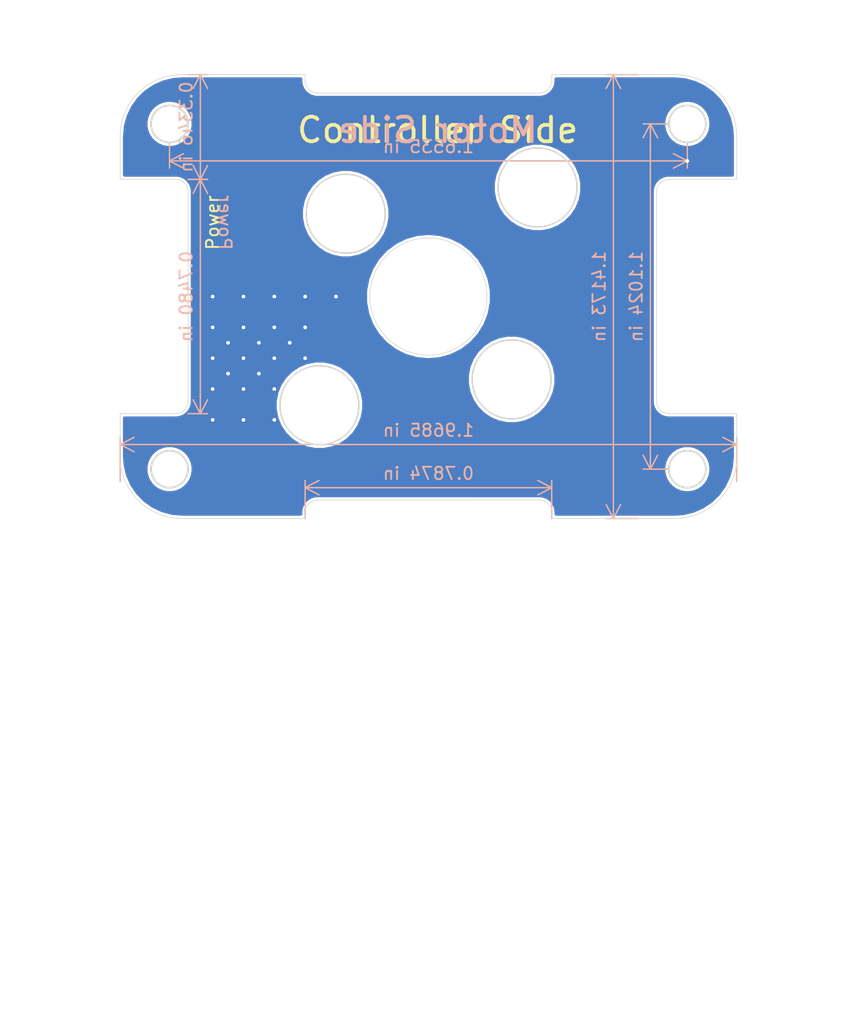
<source format=kicad_pcb>
(kicad_pcb (version 20171130) (host pcbnew "(5.1.9)-1")

  (general
    (thickness 1.6)
    (drawings 86)
    (tracks 24)
    (zones 0)
    (modules 1)
    (nets 2)
  )

  (page A4)
  (layers
    (0 F.Cu signal)
    (31 B.Cu signal)
    (32 B.Adhes user hide)
    (33 F.Adhes user hide)
    (34 B.Paste user hide)
    (35 F.Paste user)
    (36 B.SilkS user)
    (37 F.SilkS user)
    (38 B.Mask user hide)
    (39 F.Mask user hide)
    (40 Dwgs.User user hide)
    (41 Cmts.User user)
    (42 Eco1.User user hide)
    (43 Eco2.User user hide)
    (44 Edge.Cuts user)
    (45 Margin user hide)
    (46 B.CrtYd user hide)
    (47 F.CrtYd user hide)
    (48 B.Fab user hide)
    (49 F.Fab user hide)
  )

  (setup
    (last_trace_width 0.254)
    (user_trace_width 0.254)
    (user_trace_width 0.3)
    (user_trace_width 0.4)
    (user_trace_width 0.508)
    (trace_clearance 0.2)
    (zone_clearance 0.21)
    (zone_45_only no)
    (trace_min 0.2)
    (via_size 0.6)
    (via_drill 0.3)
    (via_min_size 0.4)
    (via_min_drill 0.3)
    (uvia_size 0.3)
    (uvia_drill 0.1)
    (uvias_allowed no)
    (uvia_min_size 0.2)
    (uvia_min_drill 0.1)
    (edge_width 0.05)
    (segment_width 0.2)
    (pcb_text_width 0.3)
    (pcb_text_size 1.5 1.5)
    (mod_edge_width 0.12)
    (mod_text_size 1 1)
    (mod_text_width 0.15)
    (pad_size 3.2 3.2)
    (pad_drill 1.8)
    (pad_to_mask_clearance 0)
    (aux_axis_origin 141.617904 93.513591)
    (grid_origin 141.617904 93.513591)
    (visible_elements 7FFFFFFF)
    (pcbplotparams
      (layerselection 0x010fc_ffffffff)
      (usegerberextensions true)
      (usegerberattributes false)
      (usegerberadvancedattributes false)
      (creategerberjobfile false)
      (excludeedgelayer true)
      (linewidth 0.100000)
      (plotframeref false)
      (viasonmask false)
      (mode 1)
      (useauxorigin false)
      (hpglpennumber 1)
      (hpglpenspeed 20)
      (hpglpendiameter 15.000000)
      (psnegative false)
      (psa4output false)
      (plotreference true)
      (plotvalue true)
      (plotinvisibletext false)
      (padsonsilk false)
      (subtractmaskfromsilk true)
      (outputformat 1)
      (mirror false)
      (drillshape 0)
      (scaleselection 1)
      (outputdirectory "Gerbers/"))
  )

  (net 0 "")
  (net 1 GND)

  (net_class Default "This is the default net class."
    (clearance 0.2)
    (trace_width 0.254)
    (via_dia 0.6)
    (via_drill 0.3)
    (uvia_dia 0.3)
    (uvia_drill 0.1)
    (add_net GND)
  )

  (module DriverParts:Pad (layer F.Cu) (tedit 60DE2693) (tstamp 60DEE1C0)
    (at 162.617904 82.513591)
    (path /60DE44AD)
    (fp_text reference J1 (at 0 0.5) (layer F.SilkS) hide
      (effects (font (size 1 1) (thickness 0.15)))
    )
    (fp_text value Conn_01x01 (at 0 -0.5) (layer F.Fab)
      (effects (font (size 1 1) (thickness 0.15)))
    )
    (pad 1 thru_hole circle (at 0 0) (size 0.6 0.6) (drill 0.3) (layers *.Cu *.Mask)
      (net 1 GND) (zone_connect 2))
  )

  (dimension 36 (width 0.12) (layer B.SilkS)
    (gr_text "36 mm" (at 155.347905 93.513591 -90) (layer B.SilkS)
      (effects (font (size 1 1) (thickness 0.15)) (justify mirror))
    )
    (feature1 (pts (xy 158.617904 111.513591) (xy 156.031484 111.513591)))
    (feature2 (pts (xy 158.617904 75.513591) (xy 156.031484 75.513591)))
    (crossbar (pts (xy 156.617905 75.513591) (xy 156.617905 111.513591)))
    (arrow1a (pts (xy 156.617905 111.513591) (xy 156.031484 110.387087)))
    (arrow1b (pts (xy 156.617905 111.513591) (xy 157.204326 110.387087)))
    (arrow2a (pts (xy 156.617905 75.513591) (xy 156.031484 76.640095)))
    (arrow2b (pts (xy 156.617905 75.513591) (xy 157.204326 76.640095)))
  )
  (dimension 42 (width 0.12) (layer B.SilkS)
    (gr_text "42 mm" (at 141.617904 83.783591) (layer B.SilkS)
      (effects (font (size 1 1) (thickness 0.15)) (justify mirror))
    )
    (feature1 (pts (xy 162.617904 81.01359) (xy 162.617904 83.100012)))
    (feature2 (pts (xy 120.617904 81.01359) (xy 120.617904 83.100012)))
    (crossbar (pts (xy 120.617904 82.513591) (xy 162.617904 82.513591)))
    (arrow1a (pts (xy 162.617904 82.513591) (xy 161.4914 83.100012)))
    (arrow1b (pts (xy 162.617904 82.513591) (xy 161.4914 81.92717)))
    (arrow2a (pts (xy 120.617904 82.513591) (xy 121.744408 83.100012)))
    (arrow2b (pts (xy 120.617904 82.513591) (xy 121.744408 81.92717)))
  )
  (dimension 50 (width 0.12) (layer B.SilkS) (tstamp 60E9E420)
    (gr_text "50 mm" (at 141.617904 104.243591) (layer B.SilkS) (tstamp 60E9E42A)
      (effects (font (size 1 1) (thickness 0.15)) (justify mirror))
    )
    (feature1 (pts (xy 166.617904 108.513591) (xy 166.617904 104.92717)))
    (feature2 (pts (xy 116.617904 108.513591) (xy 116.617904 104.92717)))
    (crossbar (pts (xy 116.617904 105.513591) (xy 166.617904 105.513591)))
    (arrow1a (pts (xy 166.617904 105.513591) (xy 165.4914 106.100012)))
    (arrow1b (pts (xy 166.617904 105.513591) (xy 165.4914 104.92717)))
    (arrow2a (pts (xy 116.617904 105.513591) (xy 117.744408 106.100012)))
    (arrow2b (pts (xy 116.617904 105.513591) (xy 117.744408 104.92717)))
  )
  (dimension 20 (width 0.12) (layer B.SilkS)
    (gr_text "20 mm" (at 141.617904 107.743591) (layer B.SilkS)
      (effects (font (size 1 1) (thickness 0.15)) (justify mirror))
    )
    (feature1 (pts (xy 151.617904 111.513591) (xy 151.617904 108.42717)))
    (feature2 (pts (xy 131.617904 111.513591) (xy 131.617904 108.42717)))
    (crossbar (pts (xy 131.617904 109.013591) (xy 151.617904 109.013591)))
    (arrow1a (pts (xy 151.617904 109.013591) (xy 150.4914 109.600012)))
    (arrow1b (pts (xy 151.617904 109.013591) (xy 150.4914 108.42717)))
    (arrow2a (pts (xy 131.617904 109.013591) (xy 132.744408 109.600012)))
    (arrow2b (pts (xy 131.617904 109.013591) (xy 132.744408 108.42717)))
  )
  (gr_arc (start 150.617904 111.013591) (end 151.617904 111.013591) (angle -90) (layer Edge.Cuts) (width 0.05) (tstamp 60E76B6C))
  (gr_line (start 161.617904 111.513591) (end 151.617904 111.513591) (layer Edge.Cuts) (width 0.05) (tstamp 60E76B6B))
  (gr_arc (start 132.617904 111.013591) (end 132.617904 110.013591) (angle -90) (layer Edge.Cuts) (width 0.05) (tstamp 60E76B6A))
  (gr_line (start 131.617904 111.513591) (end 121.617904 111.513591) (layer Edge.Cuts) (width 0.05) (tstamp 60E76B69))
  (gr_line (start 151.617904 111.513591) (end 151.617904 111.013591) (layer Edge.Cuts) (width 0.05) (tstamp 60E76B68))
  (gr_line (start 150.617904 110.013591) (end 132.617904 110.013591) (layer Edge.Cuts) (width 0.05) (tstamp 60E76B67))
  (gr_line (start 131.617904 111.013591) (end 131.617904 111.513591) (layer Edge.Cuts) (width 0.05) (tstamp 60E76B66))
  (gr_arc (start 132.617904 76.013591) (end 131.617904 76.013591) (angle -90) (layer Edge.Cuts) (width 0.05) (tstamp 60E76B6C))
  (gr_line (start 121.617904 75.513591) (end 131.617904 75.513591) (layer Edge.Cuts) (width 0.05) (tstamp 60E76B6B))
  (gr_arc (start 150.617904 76.013591) (end 150.617904 77.013591) (angle -90) (layer Edge.Cuts) (width 0.05) (tstamp 60E76B6A))
  (gr_line (start 151.617904 75.513591) (end 161.617904 75.513591) (layer Edge.Cuts) (width 0.05) (tstamp 60E76B69))
  (gr_line (start 131.617904 75.513591) (end 131.617904 76.013591) (layer Edge.Cuts) (width 0.05) (tstamp 60E76B68))
  (gr_line (start 132.617904 77.013591) (end 150.617904 77.013591) (layer Edge.Cuts) (width 0.05) (tstamp 60E76B67))
  (gr_line (start 151.617904 76.013591) (end 151.617904 75.513591) (layer Edge.Cuts) (width 0.05) (tstamp 60E76B66))
  (gr_text Power (at 125.117904 87.513591 270) (layer B.SilkS) (tstamp 60DED2DD)
    (effects (font (size 1 1) (thickness 0.15)) (justify mirror))
  )
  (gr_text Power (at 124.117904 87.513591 90) (layer F.SilkS)
    (effects (font (size 1 1) (thickness 0.15)))
  )
  (dimension 8.5 (width 0.12) (layer B.SilkS)
    (gr_text "8.5 mm" (at 124.387904 79.763591 -90) (layer B.SilkS)
      (effects (font (size 1 1) (thickness 0.15)) (justify mirror))
    )
    (feature1 (pts (xy 122.157904 84.013591) (xy 123.704325 84.013591)))
    (feature2 (pts (xy 122.157904 75.513591) (xy 123.704325 75.513591)))
    (crossbar (pts (xy 123.117904 75.513591) (xy 123.117904 84.013591)))
    (arrow1a (pts (xy 123.117904 84.013591) (xy 122.531483 82.887087)))
    (arrow1b (pts (xy 123.117904 84.013591) (xy 123.704325 82.887087)))
    (arrow2a (pts (xy 123.117904 75.513591) (xy 122.531483 76.640095)))
    (arrow2b (pts (xy 123.117904 75.513591) (xy 123.704325 76.640095)))
  )
  (dimension 28 (width 0.12) (layer B.SilkS)
    (gr_text "28 mm" (at 158.347905 93.513591 -90) (layer B.SilkS)
      (effects (font (size 1 1) (thickness 0.15)) (justify mirror))
    )
    (feature1 (pts (xy 161.117905 107.513591) (xy 159.031484 107.513591)))
    (feature2 (pts (xy 161.117905 79.513591) (xy 159.031484 79.513591)))
    (crossbar (pts (xy 159.617905 79.513591) (xy 159.617905 107.513591)))
    (arrow1a (pts (xy 159.617905 107.513591) (xy 159.031484 106.387087)))
    (arrow1b (pts (xy 159.617905 107.513591) (xy 160.204326 106.387087)))
    (arrow2a (pts (xy 159.617905 79.513591) (xy 159.031484 80.640095)))
    (arrow2b (pts (xy 159.617905 79.513591) (xy 160.204326 80.640095)))
  )
  (dimension 19 (width 0.12) (layer B.SilkS)
    (gr_text "19 mm" (at 124.387904 93.513591 -90) (layer B.SilkS)
      (effects (font (size 1 1) (thickness 0.15)) (justify mirror))
    )
    (feature1 (pts (xy 122.117904 103.013591) (xy 123.704325 103.013591)))
    (feature2 (pts (xy 122.117904 84.013591) (xy 123.704325 84.013591)))
    (crossbar (pts (xy 123.117904 84.013591) (xy 123.117904 103.013591)))
    (arrow1a (pts (xy 123.117904 103.013591) (xy 122.531483 101.887087)))
    (arrow1b (pts (xy 123.117904 103.013591) (xy 123.704325 101.887087)))
    (arrow2a (pts (xy 123.117904 84.013591) (xy 122.531483 85.140095)))
    (arrow2b (pts (xy 123.117904 84.013591) (xy 123.704325 85.140095)))
  )
  (gr_arc (start 161.117904 102.013591) (end 160.117904 102.013591) (angle -90) (layer Edge.Cuts) (width 0.05))
  (gr_arc (start 161.117904 85.013591) (end 161.117904 84.013591) (angle -90) (layer Edge.Cuts) (width 0.05))
  (gr_arc (start 121.117904 102.013591) (end 121.117904 103.013591) (angle -90) (layer Edge.Cuts) (width 0.05))
  (gr_arc (start 121.117904 85.013591) (end 122.117904 85.013591) (angle -90) (layer Edge.Cuts) (width 0.05))
  (gr_text "Motor Side" (at 142.367904 80.013591) (layer B.SilkS) (tstamp 60DEE224)
    (effects (font (size 2 2) (thickness 0.3)) (justify mirror))
  )
  (gr_text "Controller Side" (at 142.367904 80.013591) (layer F.SilkS)
    (effects (font (size 2 2) (thickness 0.3)))
  )
  (gr_circle (center 141.617904 93.513591) (end 146.367904 93.513591) (layer Edge.Cuts) (width 0.05))
  (gr_line (start 116.617904 103.013591) (end 116.617904 106.513591) (layer Edge.Cuts) (width 0.05) (tstamp 60DE1C59))
  (gr_line (start 116.617904 80.513591) (end 116.617904 84.013591) (layer Edge.Cuts) (width 0.05) (tstamp 60DE1C56))
  (gr_line (start 166.617904 84.013591) (end 166.617904 80.513591) (layer Edge.Cuts) (width 0.05) (tstamp 60DE1C4C))
  (gr_line (start 166.617904 106.513591) (end 166.617904 103.013591) (layer Edge.Cuts) (width 0.05) (tstamp 60DE1C48))
  (gr_line (start 161.117904 103.013591) (end 166.617904 103.013591) (layer Edge.Cuts) (width 0.05))
  (gr_line (start 160.117904 85.013591) (end 160.117904 102.013591) (layer Edge.Cuts) (width 0.05))
  (gr_line (start 166.617904 84.013591) (end 161.117904 84.013591) (layer Edge.Cuts) (width 0.05))
  (gr_line (start 121.117904 84.013591) (end 116.617904 84.013591) (layer Edge.Cuts) (width 0.05))
  (gr_line (start 122.117904 102.013591) (end 122.117904 85.013591) (layer Edge.Cuts) (width 0.05))
  (gr_line (start 116.617904 103.013591) (end 121.117904 103.013591) (layer Edge.Cuts) (width 0.05))
  (gr_circle (center 134.907904 86.793591) (end 138.107904 86.793591) (layer Edge.Cuts) (width 0.12) (tstamp 60977E12))
  (gr_circle (center 132.777904 102.328591) (end 135.977904 102.328591) (layer Edge.Cuts) (width 0.12) (tstamp 60977E12))
  (gr_circle (center 148.367243 100.23293) (end 151.567243 100.23293) (layer Edge.Cuts) (width 0.12) (tstamp 60977E12))
  (gr_circle (center 150.467904 84.663591) (end 153.667904 84.663591) (layer Edge.Cuts) (width 0.12))
  (gr_circle (center 148.337904 100.233591) (end 149.838204 100.233591) (layer Cmts.User) (width 0.15) (tstamp 6097250C))
  (gr_circle (center 132.777904 102.353591) (end 134.278204 102.353591) (layer Cmts.User) (width 0.15) (tstamp 6097250C))
  (gr_circle (center 134.907243 86.794252) (end 136.407543 86.794252) (layer Cmts.User) (width 0.15) (tstamp 6097250C))
  (gr_circle (center 150.457904 84.673591) (end 151.958204 84.673591) (layer Cmts.User) (width 0.15))
  (gr_circle (center 120.617904 79.513591) (end 121.678564 80.574251) (layer Edge.Cuts) (width 0.15))
  (gr_circle (center 162.617904 79.513591) (end 163.678564 80.574251) (layer Edge.Cuts) (width 0.15) (tstamp 60971DA7))
  (gr_arc (start 121.617904 80.513591) (end 121.617904 75.513591) (angle -90) (layer Edge.Cuts) (width 0.05))
  (gr_arc (start 121.617904 106.513591) (end 116.617904 106.513591) (angle -90) (layer Edge.Cuts) (width 0.05))
  (gr_circle (center 120.617904 107.513591) (end 121.678565 108.574251) (layer Edge.Cuts) (width 0.15) (tstamp 604E4E23))
  (gr_arc (start 161.617904 106.513591) (end 161.617904 111.513591) (angle -90) (layer Edge.Cuts) (width 0.05))
  (gr_arc (start 161.617904 80.513591) (end 166.617904 80.513591) (angle -90) (layer Edge.Cuts) (width 0.05))
  (gr_circle (center 162.617904 107.513591) (end 163.678564 108.574251) (layer Edge.Cuts) (width 0.15) (tstamp 604E4E23))
  (gr_circle (center 162.617904 107.513591) (end 162.642904 111.513591) (layer Dwgs.User) (width 0.15))
  (gr_circle (center 162.617904 79.513591) (end 162.567904 83.513591) (layer Dwgs.User) (width 0.15))
  (gr_circle (center 120.617904 79.513591) (end 120.617904 75.513591) (layer Dwgs.User) (width 0.15))
  (gr_circle (center 120.617904 107.513591) (end 120.667904 111.513591) (layer Dwgs.User) (width 0.15))
  (gr_circle (center 141.617904 93.513591) (end 159.117904 93.513591) (layer Dwgs.User) (width 0.3))
  (gr_circle (center 141.617904 93.513591) (end 156.617904 93.513591) (layer Dwgs.User) (width 0.15))
  (gr_circle (center 141.617904 93.513591) (end 155.117904 93.513591) (layer Dwgs.User) (width 0.15))
  (gr_line (start 148.347244 100.232931) (end 148.347244 136.113591) (layer Dwgs.User) (width 0.15))
  (gr_line (start 134.898564 86.784251) (end 134.898564 138.513591) (layer Dwgs.User) (width 0.15))
  (gr_line (start 132.617904 93.513591) (end 132.617904 134.713591) (layer Dwgs.User) (width 0.15))
  (gr_line (start 150.617904 93.513591) (end 150.617904 134.713591) (layer Dwgs.User) (width 0.15))
  (gr_circle (center 148.347244 100.232931) (end 149.407904 101.293591) (layer Dwgs.User) (width 0.02) (tstamp 60536ED0))
  (gr_circle (center 150.468565 102.354252) (end 151.529372 103.415059) (layer Dwgs.User) (width 0.02) (tstamp 60536ECF))
  (gr_circle (center 149.407904 101.293591) (end 149.991267 101.876954) (layer Dwgs.User) (width 0.02) (tstamp 60536ECA))
  (gr_circle (center 134.908564 100.232931) (end 133.847904 101.293591) (layer Dwgs.User) (width 0.02) (tstamp 60536ED0))
  (gr_circle (center 132.787243 102.354252) (end 131.726436 103.415059) (layer Dwgs.User) (width 0.02) (tstamp 60536ECF))
  (gr_circle (center 133.847904 101.293591) (end 133.264541 101.876954) (layer Dwgs.User) (width 0.02) (tstamp 60536ECA))
  (gr_circle (center 134.898564 86.784251) (end 133.837904 85.723591) (layer Dwgs.User) (width 0.02) (tstamp 60536ED0))
  (gr_circle (center 132.777243 84.66293) (end 131.716436 83.602123) (layer Dwgs.User) (width 0.02) (tstamp 60536ECF))
  (gr_circle (center 133.837904 85.723591) (end 133.254541 85.140228) (layer Dwgs.User) (width 0.02) (tstamp 60536ECA))
  (gr_circle (center 148.337244 86.794251) (end 149.397904 85.733591) (layer Dwgs.User) (width 0.02) (tstamp 60536ED0))
  (gr_circle (center 150.458565 84.67293) (end 151.519372 83.612123) (layer Dwgs.User) (width 0.02) (tstamp 60536ECF))
  (gr_circle (center 149.397904 85.733591) (end 149.981267 85.150228) (layer Dwgs.User) (width 0.02) (tstamp 60536ECA))
  (gr_circle (center 141.617904 93.513591) (end 150.117904 93.513591) (layer Dwgs.User) (width 0.15))
  (gr_line (start 166.617904 68.513591) (end 116.617904 118.513591) (layer Dwgs.User) (width 0.15))
  (gr_line (start 116.617904 68.513591) (end 166.617904 118.513591) (layer Dwgs.User) (width 0.15))
  (gr_circle (center 141.617904 93.513591) (end 148.335418 100.231105) (layer Dwgs.User) (width 0.05))
  (gr_circle (center 141.617904 93.513591) (end 154.117904 93.513591) (layer Dwgs.User) (width 0.05))
  (gr_line (start 166.617904 93.515835) (end 116.617904 93.515835) (layer Dwgs.User) (width 0.15) (tstamp 6097039C))
  (gr_line (start 141.617904 68.51359) (end 141.617904 137.938591) (layer Dwgs.User) (width 0.15) (tstamp 6098B8B2))

  (via (at 131.617904 93.513591) (size 0.6) (drill 0.3) (layers F.Cu B.Cu) (net 1))
  (via (at 129.117904 93.513591) (size 0.6) (drill 0.3) (layers F.Cu B.Cu) (net 1))
  (via (at 126.617904 93.513591) (size 0.6) (drill 0.3) (layers F.Cu B.Cu) (net 1))
  (via (at 124.117904 93.513591) (size 0.6) (drill 0.3) (layers F.Cu B.Cu) (net 1))
  (via (at 124.117904 96.013591) (size 0.6) (drill 0.3) (layers F.Cu B.Cu) (net 1))
  (via (at 126.617904 96.013591) (size 0.6) (drill 0.3) (layers F.Cu B.Cu) (net 1))
  (via (at 129.117904 96.013591) (size 0.6) (drill 0.3) (layers F.Cu B.Cu) (net 1))
  (via (at 131.617904 96.013591) (size 0.6) (drill 0.3) (layers F.Cu B.Cu) (net 1))
  (via (at 131.617904 98.513591) (size 0.6) (drill 0.3) (layers F.Cu B.Cu) (net 1))
  (via (at 129.117904 98.513591) (size 0.6) (drill 0.3) (layers F.Cu B.Cu) (net 1))
  (via (at 124.117904 98.513591) (size 0.6) (drill 0.3) (layers F.Cu B.Cu) (net 1))
  (via (at 126.617904 98.513591) (size 0.6) (drill 0.3) (layers F.Cu B.Cu) (net 1))
  (via (at 124.117904 101.013591) (size 0.6) (drill 0.3) (layers F.Cu B.Cu) (net 1))
  (via (at 126.617904 101.013591) (size 0.6) (drill 0.3) (layers F.Cu B.Cu) (net 1))
  (via (at 129.117904 101.013591) (size 0.6) (drill 0.3) (layers F.Cu B.Cu) (net 1))
  (via (at 124.117904 103.513591) (size 0.6) (drill 0.3) (layers F.Cu B.Cu) (net 1))
  (via (at 126.617904 103.513591) (size 0.6) (drill 0.3) (layers F.Cu B.Cu) (net 1))
  (via (at 129.117904 103.513591) (size 0.6) (drill 0.3) (layers F.Cu B.Cu) (net 1))
  (via (at 134.117904 93.513591) (size 0.6) (drill 0.3) (layers F.Cu B.Cu) (net 1))
  (via (at 127.867904 97.263591) (size 0.6) (drill 0.3) (layers F.Cu B.Cu) (net 1))
  (via (at 130.367904 97.263591) (size 0.6) (drill 0.3) (layers F.Cu B.Cu) (net 1))
  (via (at 125.367904 97.263591) (size 0.6) (drill 0.3) (layers F.Cu B.Cu) (net 1))
  (via (at 125.367904 99.763591) (size 0.6) (drill 0.3) (layers F.Cu B.Cu) (net 1))
  (via (at 127.867904 99.763591) (size 0.6) (drill 0.3) (layers F.Cu B.Cu) (net 1))

  (zone (net 1) (net_name GND) (layer B.Cu) (tstamp 60DFA611) (hatch edge 0.508)
    (connect_pads (clearance 0.2))
    (min_thickness 0.254)
    (fill yes (arc_segments 32) (thermal_gap 0.508) (thermal_bridge_width 0.508))
    (polygon
      (pts
        (xy 176.567904 152.513591) (xy 106.867904 152.513591) (xy 107.267904 69.463591) (xy 176.967904 69.463591)
      )
    )
    (filled_polygon
      (pts
        (xy 131.265905 76.030883) (xy 131.267419 76.04626) (xy 131.267376 76.052475) (xy 131.267856 76.057367) (xy 131.288257 76.251464)
        (xy 131.294676 76.282736) (xy 131.30065 76.314053) (xy 131.302071 76.318758) (xy 131.359783 76.505196) (xy 131.37213 76.534567)
        (xy 131.384097 76.564187) (xy 131.386404 76.568526) (xy 131.479229 76.740203) (xy 131.497062 76.766641) (xy 131.514539 76.793349)
        (xy 131.517646 76.797158) (xy 131.64205 76.947536) (xy 131.664663 76.969991) (xy 131.687008 76.99281) (xy 131.690796 76.995942)
        (xy 131.842038 77.119292) (xy 131.86858 77.136927) (xy 131.894935 77.154972) (xy 131.899258 77.15731) (xy 132.071581 77.248935)
        (xy 132.101071 77.26109) (xy 132.1304 77.27366) (xy 132.135095 77.275114) (xy 132.321931 77.331523) (xy 132.353208 77.337716)
        (xy 132.384432 77.344353) (xy 132.38932 77.344866) (xy 132.583554 77.363911) (xy 132.600612 77.365591) (xy 150.635196 77.365591)
        (xy 150.650582 77.364076) (xy 150.656788 77.364119) (xy 150.66168 77.363639) (xy 150.855777 77.343238) (xy 150.887049 77.336819)
        (xy 150.918366 77.330845) (xy 150.923069 77.329425) (xy 150.923075 77.329423) (xy 151.109509 77.271712) (xy 151.13888 77.259365)
        (xy 151.1685 77.247398) (xy 151.172839 77.245091) (xy 151.344516 77.152266) (xy 151.370954 77.134433) (xy 151.397662 77.116956)
        (xy 151.401471 77.113849) (xy 151.551849 76.989445) (xy 151.574304 76.966832) (xy 151.597123 76.944487) (xy 151.600255 76.940699)
        (xy 151.723605 76.789457) (xy 151.74124 76.762915) (xy 151.759285 76.73656) (xy 151.761623 76.732237) (xy 151.853248 76.559914)
        (xy 151.865403 76.530424) (xy 151.877973 76.501095) (xy 151.879427 76.4964) (xy 151.935836 76.309564) (xy 151.942029 76.278287)
        (xy 151.948666 76.247063) (xy 151.949179 76.242175) (xy 151.968224 76.047941) (xy 151.969904 76.030883) (xy 151.969904 75.865591)
        (xy 161.602232 75.865591) (xy 162.440746 75.940426) (xy 163.237579 76.158415) (xy 163.983216 76.514067) (xy 164.654091 76.996139)
        (xy 165.228991 77.589389) (xy 165.68975 78.275072) (xy 166.021806 79.031515) (xy 166.215308 79.837507) (xy 166.265905 80.526516)
        (xy 166.265904 83.661591) (xy 161.100612 83.661591) (xy 161.085226 83.663106) (xy 161.079019 83.663063) (xy 161.074128 83.663543)
        (xy 160.880031 83.683944) (xy 160.848759 83.690363) (xy 160.817442 83.696337) (xy 160.812739 83.697757) (xy 160.812733 83.697759)
        (xy 160.626299 83.75547) (xy 160.596928 83.767817) (xy 160.567308 83.779784) (xy 160.562969 83.782092) (xy 160.391292 83.874916)
        (xy 160.364854 83.892749) (xy 160.338146 83.910226) (xy 160.334337 83.913333) (xy 160.183959 84.037737) (xy 160.161504 84.06035)
        (xy 160.138685 84.082695) (xy 160.135553 84.086483) (xy 160.012203 84.237725) (xy 159.99458 84.264249) (xy 159.976523 84.290621)
        (xy 159.974185 84.294945) (xy 159.88256 84.467267) (xy 159.870405 84.496757) (xy 159.857835 84.526086) (xy 159.856382 84.530782)
        (xy 159.799972 84.717618) (xy 159.793776 84.74891) (xy 159.787142 84.78012) (xy 159.786629 84.785008) (xy 159.767584 84.979241)
        (xy 159.765904 84.9963) (xy 159.765905 102.030883) (xy 159.767419 102.04626) (xy 159.767376 102.052475) (xy 159.767856 102.057367)
        (xy 159.788257 102.251464) (xy 159.794676 102.282736) (xy 159.80065 102.314053) (xy 159.802071 102.318758) (xy 159.859783 102.505196)
        (xy 159.87213 102.534567) (xy 159.884097 102.564187) (xy 159.886404 102.568526) (xy 159.979229 102.740203) (xy 159.997062 102.766641)
        (xy 160.014539 102.793349) (xy 160.017646 102.797158) (xy 160.14205 102.947536) (xy 160.164663 102.969991) (xy 160.187008 102.99281)
        (xy 160.190796 102.995942) (xy 160.342038 103.119292) (xy 160.36858 103.136927) (xy 160.394935 103.154972) (xy 160.399258 103.15731)
        (xy 160.571581 103.248935) (xy 160.601071 103.26109) (xy 160.6304 103.27366) (xy 160.635095 103.275114) (xy 160.821931 103.331523)
        (xy 160.853208 103.337716) (xy 160.884432 103.344353) (xy 160.88932 103.344866) (xy 161.083554 103.363911) (xy 161.100612 103.365591)
        (xy 166.265905 103.365591) (xy 166.265904 106.497919) (xy 166.191069 107.336433) (xy 165.97308 108.133264) (xy 165.617427 108.878906)
        (xy 165.135356 109.549778) (xy 164.542106 110.124678) (xy 163.856423 110.585437) (xy 163.09998 110.917493) (xy 162.293988 111.110995)
        (xy 161.604993 111.161591) (xy 151.969904 111.161591) (xy 151.969904 110.996299) (xy 151.968389 110.980913) (xy 151.968432 110.974706)
        (xy 151.967952 110.969815) (xy 151.947551 110.775718) (xy 151.941132 110.744446) (xy 151.935158 110.713129) (xy 151.933737 110.708424)
        (xy 151.876025 110.521986) (xy 151.863678 110.492615) (xy 151.851711 110.462995) (xy 151.849403 110.458656) (xy 151.756579 110.286979)
        (xy 151.738746 110.260541) (xy 151.721269 110.233833) (xy 151.718162 110.230024) (xy 151.593758 110.079646) (xy 151.571145 110.057191)
        (xy 151.5488 110.034372) (xy 151.545012 110.03124) (xy 151.39377 109.90789) (xy 151.367246 109.890267) (xy 151.340874 109.87221)
        (xy 151.33655 109.869872) (xy 151.164228 109.778247) (xy 151.134738 109.766092) (xy 151.105409 109.753522) (xy 151.100713 109.752069)
        (xy 150.913877 109.695659) (xy 150.882585 109.689463) (xy 150.851375 109.682829) (xy 150.846487 109.682316) (xy 150.652254 109.663271)
        (xy 150.635196 109.661591) (xy 132.600612 109.661591) (xy 132.585226 109.663106) (xy 132.579019 109.663063) (xy 132.574128 109.663543)
        (xy 132.380031 109.683944) (xy 132.348759 109.690363) (xy 132.317442 109.696337) (xy 132.312739 109.697757) (xy 132.312733 109.697759)
        (xy 132.126299 109.75547) (xy 132.096928 109.767817) (xy 132.067308 109.779784) (xy 132.062969 109.782092) (xy 131.891292 109.874916)
        (xy 131.864854 109.892749) (xy 131.838146 109.910226) (xy 131.834337 109.913333) (xy 131.683959 110.037737) (xy 131.661504 110.06035)
        (xy 131.638685 110.082695) (xy 131.635553 110.086483) (xy 131.512203 110.237725) (xy 131.49458 110.264249) (xy 131.476523 110.290621)
        (xy 131.474185 110.294945) (xy 131.38256 110.467267) (xy 131.370405 110.496757) (xy 131.357835 110.526086) (xy 131.356382 110.530782)
        (xy 131.299972 110.717618) (xy 131.293776 110.74891) (xy 131.287142 110.78012) (xy 131.286629 110.785008) (xy 131.267633 110.978746)
        (xy 131.265904 110.9963) (xy 131.265904 111.161591) (xy 121.633576 111.161591) (xy 120.795062 111.086756) (xy 119.998231 110.868767)
        (xy 119.252589 110.513114) (xy 118.581717 110.031043) (xy 118.006817 109.437793) (xy 117.546058 108.75211) (xy 117.214002 107.995667)
        (xy 117.053038 107.325202) (xy 118.705159 107.325202) (xy 118.705159 107.70198) (xy 118.778665 108.071518) (xy 118.922851 108.419616)
        (xy 119.132178 108.732895) (xy 119.3986 108.999317) (xy 119.711879 109.208644) (xy 120.059977 109.35283) (xy 120.429515 109.426336)
        (xy 120.806293 109.426336) (xy 121.175831 109.35283) (xy 121.523929 109.208644) (xy 121.837208 108.999317) (xy 122.10363 108.732895)
        (xy 122.312957 108.419616) (xy 122.457143 108.071518) (xy 122.530649 107.70198) (xy 122.530649 107.325202) (xy 160.705159 107.325202)
        (xy 160.705159 107.70198) (xy 160.778665 108.071518) (xy 160.922851 108.419616) (xy 161.132178 108.732895) (xy 161.3986 108.999317)
        (xy 161.711879 109.208644) (xy 162.059977 109.35283) (xy 162.429515 109.426336) (xy 162.806293 109.426336) (xy 163.175831 109.35283)
        (xy 163.523929 109.208644) (xy 163.837208 108.999317) (xy 164.10363 108.732895) (xy 164.312957 108.419616) (xy 164.457143 108.071518)
        (xy 164.530649 107.70198) (xy 164.530649 107.325202) (xy 164.457143 106.955664) (xy 164.312957 106.607566) (xy 164.10363 106.294287)
        (xy 163.837208 106.027865) (xy 163.523929 105.818538) (xy 163.175831 105.674352) (xy 162.806293 105.600846) (xy 162.429515 105.600846)
        (xy 162.059977 105.674352) (xy 161.711879 105.818538) (xy 161.3986 106.027865) (xy 161.132178 106.294287) (xy 160.922851 106.607566)
        (xy 160.778665 106.955664) (xy 160.705159 107.325202) (xy 122.530649 107.325202) (xy 122.457143 106.955664) (xy 122.312957 106.607566)
        (xy 122.10363 106.294287) (xy 121.837208 106.027865) (xy 121.523929 105.818538) (xy 121.175831 105.674352) (xy 120.806293 105.600846)
        (xy 120.429515 105.600846) (xy 120.059977 105.674352) (xy 119.711879 105.818538) (xy 119.3986 106.027865) (xy 119.132178 106.294287)
        (xy 118.922851 106.607566) (xy 118.778665 106.955664) (xy 118.705159 107.325202) (xy 117.053038 107.325202) (xy 117.0205 107.189675)
        (xy 116.969904 106.50068) (xy 116.969904 103.365591) (xy 121.135196 103.365591) (xy 121.150582 103.364076) (xy 121.156788 103.364119)
        (xy 121.16168 103.363639) (xy 121.355777 103.343238) (xy 121.387049 103.336819) (xy 121.418366 103.330845) (xy 121.423069 103.329425)
        (xy 121.423075 103.329423) (xy 121.609509 103.271712) (xy 121.63888 103.259365) (xy 121.6685 103.247398) (xy 121.672839 103.245091)
        (xy 121.844516 103.152266) (xy 121.870954 103.134433) (xy 121.897662 103.116956) (xy 121.901471 103.113849) (xy 122.051849 102.989445)
        (xy 122.074304 102.966832) (xy 122.097123 102.944487) (xy 122.100255 102.940699) (xy 122.223605 102.789457) (xy 122.24124 102.762915)
        (xy 122.259285 102.73656) (xy 122.261623 102.732237) (xy 122.353248 102.559914) (xy 122.365403 102.530424) (xy 122.377973 102.501095)
        (xy 122.379427 102.4964) (xy 122.435836 102.309564) (xy 122.442029 102.278287) (xy 122.448666 102.247063) (xy 122.449179 102.242175)
        (xy 122.468224 102.047941) (xy 122.469904 102.030883) (xy 122.469904 101.975043) (xy 129.188273 101.975043) (xy 129.188273 102.682139)
        (xy 129.32622 103.375648) (xy 129.596814 104.028919) (xy 129.989655 104.616848) (xy 130.489647 105.11684) (xy 131.077576 105.509681)
        (xy 131.730847 105.780275) (xy 132.424356 105.918222) (xy 133.131452 105.918222) (xy 133.824961 105.780275) (xy 134.478232 105.509681)
        (xy 135.066161 105.11684) (xy 135.566153 104.616848) (xy 135.958994 104.028919) (xy 136.229588 103.375648) (xy 136.367535 102.682139)
        (xy 136.367535 101.975043) (xy 136.229588 101.281534) (xy 135.958994 100.628263) (xy 135.566153 100.040334) (xy 135.405201 99.879382)
        (xy 144.777612 99.879382) (xy 144.777612 100.586478) (xy 144.915559 101.279987) (xy 145.186153 101.933258) (xy 145.578994 102.521187)
        (xy 146.078986 103.021179) (xy 146.666915 103.41402) (xy 147.320186 103.684614) (xy 148.013695 103.822561) (xy 148.720791 103.822561)
        (xy 149.4143 103.684614) (xy 150.067571 103.41402) (xy 150.6555 103.021179) (xy 151.155492 102.521187) (xy 151.548333 101.933258)
        (xy 151.818927 101.279987) (xy 151.956874 100.586478) (xy 151.956874 99.879382) (xy 151.818927 99.185873) (xy 151.548333 98.532602)
        (xy 151.155492 97.944673) (xy 150.6555 97.444681) (xy 150.067571 97.05184) (xy 149.4143 96.781246) (xy 148.720791 96.643299)
        (xy 148.013695 96.643299) (xy 147.320186 96.781246) (xy 146.666915 97.05184) (xy 146.078986 97.444681) (xy 145.578994 97.944673)
        (xy 145.186153 98.532602) (xy 144.915559 99.185873) (xy 144.777612 99.879382) (xy 135.405201 99.879382) (xy 135.066161 99.540342)
        (xy 134.478232 99.147501) (xy 133.824961 98.876907) (xy 133.131452 98.73896) (xy 132.424356 98.73896) (xy 131.730847 98.876907)
        (xy 131.077576 99.147501) (xy 130.489647 99.540342) (xy 129.989655 100.040334) (xy 129.596814 100.628263) (xy 129.32622 101.281534)
        (xy 129.188273 101.975043) (xy 122.469904 101.975043) (xy 122.469904 93.040992) (xy 136.517754 93.040992) (xy 136.517754 93.98619)
        (xy 136.691433 94.915293) (xy 137.032878 95.796663) (xy 137.53046 96.600286) (xy 138.167235 97.298795) (xy 138.921518 97.868403)
        (xy 139.767624 98.289714) (xy 140.676739 98.548379) (xy 141.617904 98.635591) (xy 142.559069 98.548379) (xy 143.468184 98.289714)
        (xy 144.31429 97.868403) (xy 145.068573 97.298795) (xy 145.705348 96.600286) (xy 146.20293 95.796663) (xy 146.544375 94.915293)
        (xy 146.718054 93.98619) (xy 146.718054 93.040992) (xy 146.544375 92.111889) (xy 146.20293 91.230519) (xy 145.705348 90.426896)
        (xy 145.068573 89.728387) (xy 144.31429 89.158779) (xy 143.468184 88.737468) (xy 142.559069 88.478803) (xy 141.617904 88.391591)
        (xy 140.676739 88.478803) (xy 139.767624 88.737468) (xy 138.921518 89.158779) (xy 138.167235 89.728387) (xy 137.53046 90.426896)
        (xy 137.032878 91.230519) (xy 136.691433 92.111889) (xy 136.517754 93.040992) (xy 122.469904 93.040992) (xy 122.469904 86.440043)
        (xy 131.318273 86.440043) (xy 131.318273 87.147139) (xy 131.45622 87.840648) (xy 131.726814 88.493919) (xy 132.119655 89.081848)
        (xy 132.619647 89.58184) (xy 133.207576 89.974681) (xy 133.860847 90.245275) (xy 134.554356 90.383222) (xy 135.261452 90.383222)
        (xy 135.954961 90.245275) (xy 136.608232 89.974681) (xy 137.196161 89.58184) (xy 137.696153 89.081848) (xy 138.088994 88.493919)
        (xy 138.359588 87.840648) (xy 138.497535 87.147139) (xy 138.497535 86.440043) (xy 138.359588 85.746534) (xy 138.088994 85.093263)
        (xy 137.696153 84.505334) (xy 137.500862 84.310043) (xy 146.878273 84.310043) (xy 146.878273 85.017139) (xy 147.01622 85.710648)
        (xy 147.286814 86.363919) (xy 147.679655 86.951848) (xy 148.179647 87.45184) (xy 148.767576 87.844681) (xy 149.420847 88.115275)
        (xy 150.114356 88.253222) (xy 150.821452 88.253222) (xy 151.514961 88.115275) (xy 152.168232 87.844681) (xy 152.756161 87.45184)
        (xy 153.256153 86.951848) (xy 153.648994 86.363919) (xy 153.919588 85.710648) (xy 154.057535 85.017139) (xy 154.057535 84.310043)
        (xy 153.919588 83.616534) (xy 153.648994 82.963263) (xy 153.256153 82.375334) (xy 152.756161 81.875342) (xy 152.168232 81.482501)
        (xy 151.514961 81.211907) (xy 150.821452 81.07396) (xy 150.114356 81.07396) (xy 149.420847 81.211907) (xy 148.767576 81.482501)
        (xy 148.179647 81.875342) (xy 147.679655 82.375334) (xy 147.286814 82.963263) (xy 147.01622 83.616534) (xy 146.878273 84.310043)
        (xy 137.500862 84.310043) (xy 137.196161 84.005342) (xy 136.608232 83.612501) (xy 135.954961 83.341907) (xy 135.261452 83.20396)
        (xy 134.554356 83.20396) (xy 133.860847 83.341907) (xy 133.207576 83.612501) (xy 132.619647 84.005342) (xy 132.119655 84.505334)
        (xy 131.726814 85.093263) (xy 131.45622 85.746534) (xy 131.318273 86.440043) (xy 122.469904 86.440043) (xy 122.469904 84.996299)
        (xy 122.468389 84.980913) (xy 122.468432 84.974706) (xy 122.467952 84.969815) (xy 122.447551 84.775718) (xy 122.441132 84.744446)
        (xy 122.435158 84.713129) (xy 122.433737 84.708424) (xy 122.376025 84.521986) (xy 122.363678 84.492615) (xy 122.351711 84.462995)
        (xy 122.349403 84.458656) (xy 122.256579 84.286979) (xy 122.238746 84.260541) (xy 122.221269 84.233833) (xy 122.218162 84.230024)
        (xy 122.093758 84.079646) (xy 122.071145 84.057191) (xy 122.0488 84.034372) (xy 122.045012 84.03124) (xy 121.89377 83.90789)
        (xy 121.867246 83.890267) (xy 121.840874 83.87221) (xy 121.83655 83.869872) (xy 121.664228 83.778247) (xy 121.634738 83.766092)
        (xy 121.605409 83.753522) (xy 121.600713 83.752069) (xy 121.413877 83.695659) (xy 121.382585 83.689463) (xy 121.351375 83.682829)
        (xy 121.346487 83.682316) (xy 121.152254 83.663271) (xy 121.135196 83.661591) (xy 116.969904 83.661591) (xy 116.969904 80.529263)
        (xy 117.044739 79.690749) (xy 117.144741 79.325202) (xy 118.705159 79.325202) (xy 118.705159 79.70198) (xy 118.778665 80.071518)
        (xy 118.922851 80.419616) (xy 119.132178 80.732895) (xy 119.3986 80.999317) (xy 119.711879 81.208644) (xy 120.059977 81.35283)
        (xy 120.429515 81.426336) (xy 120.806293 81.426336) (xy 121.175831 81.35283) (xy 121.523929 81.208644) (xy 121.837208 80.999317)
        (xy 122.10363 80.732895) (xy 122.312957 80.419616) (xy 122.457143 80.071518) (xy 122.530649 79.70198) (xy 122.530649 79.325202)
        (xy 160.705159 79.325202) (xy 160.705159 79.70198) (xy 160.778665 80.071518) (xy 160.922851 80.419616) (xy 161.132178 80.732895)
        (xy 161.3986 80.999317) (xy 161.711879 81.208644) (xy 162.059977 81.35283) (xy 162.429515 81.426336) (xy 162.806293 81.426336)
        (xy 163.175831 81.35283) (xy 163.523929 81.208644) (xy 163.837208 80.999317) (xy 164.10363 80.732895) (xy 164.312957 80.419616)
        (xy 164.457143 80.071518) (xy 164.530649 79.70198) (xy 164.530649 79.325202) (xy 164.457143 78.955664) (xy 164.312957 78.607566)
        (xy 164.10363 78.294287) (xy 163.837208 78.027865) (xy 163.523929 77.818538) (xy 163.175831 77.674352) (xy 162.806293 77.600846)
        (xy 162.429515 77.600846) (xy 162.059977 77.674352) (xy 161.711879 77.818538) (xy 161.3986 78.027865) (xy 161.132178 78.294287)
        (xy 160.922851 78.607566) (xy 160.778665 78.955664) (xy 160.705159 79.325202) (xy 122.530649 79.325202) (xy 122.457143 78.955664)
        (xy 122.312957 78.607566) (xy 122.10363 78.294287) (xy 121.837208 78.027865) (xy 121.523929 77.818538) (xy 121.175831 77.674352)
        (xy 120.806293 77.600846) (xy 120.429515 77.600846) (xy 120.059977 77.674352) (xy 119.711879 77.818538) (xy 119.3986 78.027865)
        (xy 119.132178 78.294287) (xy 118.922851 78.607566) (xy 118.778665 78.955664) (xy 118.705159 79.325202) (xy 117.144741 79.325202)
        (xy 117.262728 78.893916) (xy 117.61838 78.148279) (xy 118.100452 77.477404) (xy 118.693702 76.902504) (xy 119.379385 76.441745)
        (xy 120.135828 76.109689) (xy 120.94182 75.916187) (xy 121.630815 75.865591) (xy 131.265905 75.865591)
      )
    )
  )
  (zone (net 1) (net_name GND) (layer F.Cu) (tstamp 60EADA82) (hatch edge 0.508)
    (connect_pads (clearance 0.21))
    (min_thickness 0.254)
    (fill yes (arc_segments 32) (thermal_gap 0.508) (thermal_bridge_width 0.508))
    (polygon
      (pts
        (xy 139.667904 93.763591) (xy 137.917904 95.513591) (xy 134.067904 95.513591) (xy 134.067904 106.413591) (xy 132.117904 108.313591)
        (xy 132.117904 110.263591) (xy 133.617904 112.113591) (xy 116.017904 112.113591) (xy 116.017904 74.863591) (xy 167.617904 74.863591)
        (xy 167.617904 112.113591) (xy 143.267904 112.113591) (xy 143.267904 111.513591) (xy 149.717904 104.963591) (xy 149.717904 93.063591)
        (xy 149.167904 92.513591) (xy 145.317904 92.513591) (xy 143.117904 90.063591) (xy 141.467904 90.063591) (xy 139.667904 90.063591)
      )
    )
    (polygon
      (pts
        (xy 141.467904 83.213591) (xy 138.817904 83.213591) (xy 138.817904 84.963591) (xy 141.467904 84.963591)
      )
    )
    (filled_polygon
      (pts
        (xy 131.255905 76.03137) (xy 131.257461 76.047172) (xy 131.257418 76.053382) (xy 131.257911 76.058412) (xy 131.278312 76.252509)
        (xy 131.284911 76.284657) (xy 131.291057 76.316877) (xy 131.292518 76.321715) (xy 131.35023 76.508153) (xy 131.362956 76.538427)
        (xy 131.375235 76.56882) (xy 131.377606 76.573278) (xy 131.377608 76.573283) (xy 131.377611 76.573287) (xy 131.470433 76.744959)
        (xy 131.488744 76.772106) (xy 131.506746 76.799616) (xy 131.509941 76.803532) (xy 131.634344 76.95391) (xy 131.65765 76.977053)
        (xy 131.680581 77.00047) (xy 131.684475 77.003692) (xy 131.835717 77.127042) (xy 131.863051 77.145203) (xy 131.890118 77.163736)
        (xy 131.894559 77.166136) (xy 131.894563 77.166139) (xy 131.894567 77.166141) (xy 132.066886 77.257764) (xy 132.097237 77.270274)
        (xy 132.127377 77.283192) (xy 132.132205 77.284687) (xy 132.319041 77.341096) (xy 132.351279 77.347479) (xy 132.383318 77.35429)
        (xy 132.388336 77.354817) (xy 132.388346 77.354819) (xy 132.388355 77.354819) (xy 132.582578 77.373863) (xy 132.582579 77.373863)
        (xy 132.600125 77.375591) (xy 150.635683 77.375591) (xy 150.651495 77.374034) (xy 150.657695 77.374077) (xy 150.662725 77.373584)
        (xy 150.856822 77.353183) (xy 150.88897 77.346584) (xy 150.92119 77.340438) (xy 150.926026 77.338978) (xy 150.926032 77.338976)
        (xy 151.112466 77.281265) (xy 151.14274 77.268539) (xy 151.173133 77.25626) (xy 151.177591 77.253889) (xy 151.177596 77.253887)
        (xy 151.1776 77.253884) (xy 151.349272 77.161062) (xy 151.376447 77.142732) (xy 151.403929 77.124749) (xy 151.407845 77.121554)
        (xy 151.558223 76.997151) (xy 151.581366 76.973845) (xy 151.604783 76.950914) (xy 151.608005 76.94702) (xy 151.731355 76.795778)
        (xy 151.749516 76.768444) (xy 151.768049 76.741377) (xy 151.770449 76.736936) (xy 151.770452 76.736932) (xy 151.770454 76.736928)
        (xy 151.862077 76.564609) (xy 151.874587 76.534258) (xy 151.887505 76.504118) (xy 151.889 76.49929) (xy 151.945409 76.312454)
        (xy 151.951792 76.280216) (xy 151.958603 76.248177) (xy 151.95913 76.243159) (xy 151.959132 76.243149) (xy 151.959132 76.24314)
        (xy 151.978176 76.048917) (xy 151.978176 76.048916) (xy 151.979904 76.03137) (xy 151.979904 75.875591) (xy 161.60178 75.875591)
        (xy 162.438968 75.950308) (xy 163.23408 76.167826) (xy 163.978107 76.522709) (xy 164.647525 77.003735) (xy 165.221191 77.595711)
        (xy 165.680953 78.279911) (xy 166.01229 79.034717) (xy 166.205394 79.839054) (xy 166.255905 80.52688) (xy 166.255904 83.651591)
        (xy 161.100125 83.651591) (xy 161.084313 83.653148) (xy 161.078112 83.653105) (xy 161.073082 83.653598) (xy 160.878986 83.673999)
        (xy 160.846831 83.680599) (xy 160.814618 83.686744) (xy 160.809784 83.688204) (xy 160.809778 83.688205) (xy 160.809772 83.688207)
        (xy 160.623342 83.745917) (xy 160.593068 83.758643) (xy 160.562675 83.770922) (xy 160.558212 83.773295) (xy 160.386536 83.86612)
        (xy 160.359361 83.88445) (xy 160.331879 83.902433) (xy 160.327963 83.905628) (xy 160.177585 84.030032) (xy 160.154444 84.053334)
        (xy 160.131025 84.076268) (xy 160.127803 84.080162) (xy 160.004453 84.231404) (xy 159.986287 84.258747) (xy 159.96776 84.285804)
        (xy 159.965356 84.29025) (xy 159.873731 84.462573) (xy 159.861237 84.492885) (xy 159.848303 84.523063) (xy 159.846808 84.527891)
        (xy 159.790399 84.714728) (xy 159.784019 84.746948) (xy 159.777205 84.779006) (xy 159.776678 84.784021) (xy 159.776676 84.784032)
        (xy 159.776676 84.784042) (xy 159.757632 84.978266) (xy 159.755904 84.995813) (xy 159.755905 102.03137) (xy 159.757461 102.047172)
        (xy 159.757418 102.053382) (xy 159.757911 102.058412) (xy 159.778312 102.252509) (xy 159.784911 102.284657) (xy 159.791057 102.316877)
        (xy 159.792518 102.321715) (xy 159.85023 102.508153) (xy 159.862956 102.538427) (xy 159.875235 102.56882) (xy 159.877606 102.573278)
        (xy 159.877608 102.573283) (xy 159.877611 102.573287) (xy 159.970433 102.744959) (xy 159.988763 102.772134) (xy 160.006746 102.799616)
        (xy 160.009941 102.803532) (xy 160.134344 102.95391) (xy 160.15765 102.977053) (xy 160.180581 103.00047) (xy 160.184475 103.003692)
        (xy 160.335717 103.127042) (xy 160.363051 103.145203) (xy 160.390118 103.163736) (xy 160.394559 103.166136) (xy 160.394563 103.166139)
        (xy 160.394567 103.166141) (xy 160.566886 103.257764) (xy 160.597237 103.270274) (xy 160.627377 103.283192) (xy 160.632205 103.284687)
        (xy 160.819041 103.341096) (xy 160.851279 103.347479) (xy 160.883318 103.35429) (xy 160.888336 103.354817) (xy 160.888346 103.354819)
        (xy 160.888355 103.354819) (xy 161.082578 103.373863) (xy 161.082579 103.373863) (xy 161.100125 103.375591) (xy 166.255905 103.375591)
        (xy 166.255904 106.497468) (xy 166.181187 107.334655) (xy 165.963669 108.129767) (xy 165.608786 108.873794) (xy 165.127758 109.543215)
        (xy 164.535784 110.116878) (xy 163.851586 110.576639) (xy 163.096778 110.907977) (xy 162.292443 111.101081) (xy 161.604628 111.151591)
        (xy 151.979904 111.151591) (xy 151.979904 110.995812) (xy 151.978347 110.98) (xy 151.97839 110.973799) (xy 151.977897 110.968769)
        (xy 151.957496 110.774673) (xy 151.950896 110.742518) (xy 151.944751 110.710305) (xy 151.943291 110.705471) (xy 151.94329 110.705465)
        (xy 151.943288 110.705459) (xy 151.885578 110.519029) (xy 151.872852 110.488755) (xy 151.860573 110.458362) (xy 151.8582 110.453899)
        (xy 151.765375 110.282223) (xy 151.747045 110.255048) (xy 151.729062 110.227566) (xy 151.725867 110.22365) (xy 151.601463 110.073272)
        (xy 151.578161 110.050131) (xy 151.555227 110.026712) (xy 151.551333 110.02349) (xy 151.400091 109.90014) (xy 151.372748 109.881974)
        (xy 151.345691 109.863447) (xy 151.341245 109.861043) (xy 151.168922 109.769418) (xy 151.138597 109.756919) (xy 151.108432 109.74399)
        (xy 151.103604 109.742495) (xy 150.916767 109.686086) (xy 150.884547 109.679706) (xy 150.852489 109.672892) (xy 150.847474 109.672365)
        (xy 150.847463 109.672363) (xy 150.847453 109.672363) (xy 150.653229 109.653319) (xy 150.635683 109.651591) (xy 145.279716 109.651591)
        (xy 147.571552 107.324222) (xy 160.695207 107.324222) (xy 160.695207 107.70296) (xy 160.769095 108.074421) (xy 160.914032 108.424329)
        (xy 161.124448 108.739239) (xy 161.392256 109.007047) (xy 161.707166 109.217463) (xy 162.057074 109.3624) (xy 162.428535 109.436288)
        (xy 162.807273 109.436288) (xy 163.178734 109.3624) (xy 163.528642 109.217463) (xy 163.843552 109.007047) (xy 164.11136 108.739239)
        (xy 164.321776 108.424329) (xy 164.466713 108.074421) (xy 164.540601 107.70296) (xy 164.540601 107.324222) (xy 164.466713 106.952761)
        (xy 164.321776 106.602853) (xy 164.11136 106.287943) (xy 163.843552 106.020135) (xy 163.528642 105.809719) (xy 163.178734 105.664782)
        (xy 162.807273 105.590894) (xy 162.428535 105.590894) (xy 162.057074 105.664782) (xy 161.707166 105.809719) (xy 161.392256 106.020135)
        (xy 161.124448 106.287943) (xy 160.914032 106.602853) (xy 160.769095 106.952761) (xy 160.695207 107.324222) (xy 147.571552 107.324222)
        (xy 149.808395 105.0527) (xy 149.82404 105.033334) (xy 149.835607 105.011288) (xy 149.842651 104.987409) (xy 149.844904 104.963591)
        (xy 149.844904 103.517023) (xy 150.072285 103.422839) (xy 150.661844 103.028909) (xy 151.163222 102.527531) (xy 151.557152 101.937972)
        (xy 151.828496 101.28289) (xy 151.966826 100.587458) (xy 151.966826 99.878402) (xy 151.828496 99.18297) (xy 151.557152 98.527888)
        (xy 151.163222 97.938329) (xy 150.661844 97.436951) (xy 150.072285 97.043021) (xy 149.844904 96.948837) (xy 149.844904 93.063591)
        (xy 149.842464 93.038815) (xy 149.835237 93.01499) (xy 149.823501 92.993034) (xy 149.807707 92.973788) (xy 149.257707 92.423788)
        (xy 149.238461 92.407994) (xy 149.216505 92.396258) (xy 149.19268 92.389031) (xy 149.167904 92.386591) (xy 146.605855 92.386591)
        (xy 146.553993 92.109153) (xy 146.211882 91.226062) (xy 145.713328 90.42087) (xy 145.07531 89.720997) (xy 144.319554 89.150277)
        (xy 143.471796 88.728144) (xy 142.560907 88.468973) (xy 141.617904 88.381591) (xy 140.674901 88.468973) (xy 139.764012 88.728144)
        (xy 138.916254 89.150277) (xy 138.160498 89.720997) (xy 137.52248 90.42087) (xy 137.023926 91.226062) (xy 136.681815 92.109153)
        (xy 136.507796 93.04007) (xy 136.507796 93.987112) (xy 136.681815 94.918029) (xy 136.863337 95.386591) (xy 134.067904 95.386591)
        (xy 134.043128 95.389031) (xy 134.019303 95.396258) (xy 133.997347 95.407994) (xy 133.978101 95.423788) (xy 133.962307 95.443034)
        (xy 133.950571 95.46499) (xy 133.943344 95.488815) (xy 133.940904 95.513591) (xy 133.940904 98.914161) (xy 133.827864 98.867338)
        (xy 133.132432 98.729008) (xy 132.423376 98.729008) (xy 131.727944 98.867338) (xy 131.072862 99.138682) (xy 130.483303 99.532612)
        (xy 129.981925 100.03399) (xy 129.587995 100.623549) (xy 129.316651 101.278631) (xy 129.178321 101.974063) (xy 129.178321 102.683119)
        (xy 129.316651 103.378551) (xy 129.587995 104.033633) (xy 129.981925 104.623192) (xy 130.483303 105.12457) (xy 131.072862 105.5185)
        (xy 131.727944 105.789844) (xy 132.423376 105.928174) (xy 133.132432 105.928174) (xy 133.827864 105.789844) (xy 133.940904 105.743021)
        (xy 133.940904 106.360017) (xy 132.029275 108.22263) (xy 132.013233 108.241668) (xy 132.001212 108.263471) (xy 131.993677 108.287199)
        (xy 131.990904 108.313591) (xy 131.990904 109.809688) (xy 131.886536 109.86612) (xy 131.859361 109.88445) (xy 131.831879 109.902433)
        (xy 131.827963 109.905628) (xy 131.677585 110.030032) (xy 131.654456 110.053323) (xy 131.631025 110.076268) (xy 131.627803 110.080162)
        (xy 131.504453 110.231404) (xy 131.486287 110.258747) (xy 131.46776 110.285804) (xy 131.465356 110.29025) (xy 131.373731 110.462573)
        (xy 131.361237 110.492885) (xy 131.348303 110.523063) (xy 131.346808 110.527891) (xy 131.290399 110.714728) (xy 131.284019 110.746948)
        (xy 131.277205 110.779006) (xy 131.276678 110.784021) (xy 131.276676 110.784032) (xy 131.276676 110.784042) (xy 131.257632 110.978266)
        (xy 131.255904 110.995813) (xy 131.255904 111.151591) (xy 121.634027 111.151591) (xy 120.79684 111.076874) (xy 120.001728 110.859356)
        (xy 119.257701 110.504473) (xy 118.58828 110.023445) (xy 118.014617 109.431471) (xy 117.554856 108.747273) (xy 117.223518 107.992465)
        (xy 117.063087 107.324222) (xy 118.695207 107.324222) (xy 118.695207 107.70296) (xy 118.769095 108.074421) (xy 118.914032 108.424329)
        (xy 119.124448 108.739239) (xy 119.392256 109.007047) (xy 119.707166 109.217463) (xy 120.057074 109.3624) (xy 120.428535 109.436288)
        (xy 120.807273 109.436288) (xy 121.178734 109.3624) (xy 121.528642 109.217463) (xy 121.843552 109.007047) (xy 122.11136 108.739239)
        (xy 122.321776 108.424329) (xy 122.466713 108.074421) (xy 122.540601 107.70296) (xy 122.540601 107.324222) (xy 122.466713 106.952761)
        (xy 122.321776 106.602853) (xy 122.11136 106.287943) (xy 121.843552 106.020135) (xy 121.528642 105.809719) (xy 121.178734 105.664782)
        (xy 120.807273 105.590894) (xy 120.428535 105.590894) (xy 120.057074 105.664782) (xy 119.707166 105.809719) (xy 119.392256 106.020135)
        (xy 119.124448 106.287943) (xy 118.914032 106.602853) (xy 118.769095 106.952761) (xy 118.695207 107.324222) (xy 117.063087 107.324222)
        (xy 117.030414 107.18813) (xy 116.979904 106.500315) (xy 116.979904 103.375591) (xy 121.135683 103.375591) (xy 121.151495 103.374034)
        (xy 121.157695 103.374077) (xy 121.162725 103.373584) (xy 121.356822 103.353183) (xy 121.38897 103.346584) (xy 121.42119 103.340438)
        (xy 121.426026 103.338978) (xy 121.426032 103.338976) (xy 121.612466 103.281265) (xy 121.64274 103.268539) (xy 121.673133 103.25626)
        (xy 121.677591 103.253889) (xy 121.677596 103.253887) (xy 121.6776 103.253884) (xy 121.849272 103.161062) (xy 121.876447 103.142732)
        (xy 121.903929 103.124749) (xy 121.907845 103.121554) (xy 122.058223 102.997151) (xy 122.081366 102.973845) (xy 122.104783 102.950914)
        (xy 122.108005 102.94702) (xy 122.231355 102.795778) (xy 122.249516 102.768444) (xy 122.268049 102.741377) (xy 122.270449 102.736936)
        (xy 122.270452 102.736932) (xy 122.270454 102.736928) (xy 122.362077 102.564609) (xy 122.374587 102.534258) (xy 122.387505 102.504118)
        (xy 122.389 102.49929) (xy 122.445409 102.312454) (xy 122.451792 102.280216) (xy 122.458603 102.248177) (xy 122.45913 102.243159)
        (xy 122.459132 102.243149) (xy 122.459132 102.24314) (xy 122.478176 102.048917) (xy 122.478176 102.048916) (xy 122.479904 102.03137)
        (xy 122.479904 86.439063) (xy 131.308321 86.439063) (xy 131.308321 87.148119) (xy 131.446651 87.843551) (xy 131.717995 88.498633)
        (xy 132.111925 89.088192) (xy 132.613303 89.58957) (xy 133.202862 89.9835) (xy 133.857944 90.254844) (xy 134.553376 90.393174)
        (xy 135.262432 90.393174) (xy 135.957864 90.254844) (xy 136.612946 89.9835) (xy 137.202505 89.58957) (xy 137.703883 89.088192)
        (xy 138.097813 88.498633) (xy 138.369157 87.843551) (xy 138.507487 87.148119) (xy 138.507487 86.439063) (xy 138.369157 85.743631)
        (xy 138.097813 85.088549) (xy 137.703883 84.49899) (xy 137.202505 83.997612) (xy 136.612946 83.603682) (xy 135.957864 83.332338)
        (xy 135.360883 83.213591) (xy 138.690904 83.213591) (xy 138.690904 84.963591) (xy 138.693344 84.988367) (xy 138.700571 85.012192)
        (xy 138.712307 85.034148) (xy 138.728101 85.053394) (xy 138.747347 85.069188) (xy 138.769303 85.080924) (xy 138.793128 85.088151)
        (xy 138.817904 85.090591) (xy 141.467904 85.090591) (xy 141.49268 85.088151) (xy 141.516505 85.080924) (xy 141.538461 85.069188)
        (xy 141.557707 85.053394) (xy 141.573501 85.034148) (xy 141.585237 85.012192) (xy 141.592464 84.988367) (xy 141.594904 84.963591)
        (xy 141.594904 84.309063) (xy 146.868321 84.309063) (xy 146.868321 85.018119) (xy 147.006651 85.713551) (xy 147.277995 86.368633)
        (xy 147.671925 86.958192) (xy 148.173303 87.45957) (xy 148.762862 87.8535) (xy 149.417944 88.124844) (xy 150.113376 88.263174)
        (xy 150.822432 88.263174) (xy 151.517864 88.124844) (xy 152.172946 87.8535) (xy 152.762505 87.45957) (xy 153.263883 86.958192)
        (xy 153.657813 86.368633) (xy 153.929157 85.713551) (xy 154.067487 85.018119) (xy 154.067487 84.309063) (xy 153.929157 83.613631)
        (xy 153.657813 82.958549) (xy 153.263883 82.36899) (xy 152.762505 81.867612) (xy 152.172946 81.473682) (xy 151.517864 81.202338)
        (xy 150.822432 81.064008) (xy 150.113376 81.064008) (xy 149.417944 81.202338) (xy 148.762862 81.473682) (xy 148.173303 81.867612)
        (xy 147.671925 82.36899) (xy 147.277995 82.958549) (xy 147.006651 83.613631) (xy 146.868321 84.309063) (xy 141.594904 84.309063)
        (xy 141.594904 83.213591) (xy 141.592464 83.188815) (xy 141.585237 83.16499) (xy 141.573501 83.143034) (xy 141.557707 83.123788)
        (xy 141.538461 83.107994) (xy 141.516505 83.096258) (xy 141.49268 83.089031) (xy 141.467904 83.086591) (xy 138.817904 83.086591)
        (xy 138.793128 83.089031) (xy 138.769303 83.096258) (xy 138.747347 83.107994) (xy 138.728101 83.123788) (xy 138.712307 83.143034)
        (xy 138.700571 83.16499) (xy 138.693344 83.188815) (xy 138.690904 83.213591) (xy 135.360883 83.213591) (xy 135.262432 83.194008)
        (xy 134.553376 83.194008) (xy 133.857944 83.332338) (xy 133.202862 83.603682) (xy 132.613303 83.997612) (xy 132.111925 84.49899)
        (xy 131.717995 85.088549) (xy 131.446651 85.743631) (xy 131.308321 86.439063) (xy 122.479904 86.439063) (xy 122.479904 84.995812)
        (xy 122.478347 84.98) (xy 122.47839 84.973799) (xy 122.477897 84.968769) (xy 122.457496 84.774673) (xy 122.450896 84.742518)
        (xy 122.444751 84.710305) (xy 122.443291 84.705471) (xy 122.44329 84.705465) (xy 122.443288 84.705459) (xy 122.385578 84.519029)
        (xy 122.372852 84.488755) (xy 122.360573 84.458362) (xy 122.3582 84.453899) (xy 122.265375 84.282223) (xy 122.247045 84.255048)
        (xy 122.229062 84.227566) (xy 122.225867 84.22365) (xy 122.101463 84.073272) (xy 122.078161 84.050131) (xy 122.055227 84.026712)
        (xy 122.051333 84.02349) (xy 121.900091 83.90014) (xy 121.872748 83.881974) (xy 121.845691 83.863447) (xy 121.841245 83.861043)
        (xy 121.668922 83.769418) (xy 121.638597 83.756919) (xy 121.608432 83.74399) (xy 121.603604 83.742495) (xy 121.416767 83.686086)
        (xy 121.384547 83.679706) (xy 121.352489 83.672892) (xy 121.347474 83.672365) (xy 121.347463 83.672363) (xy 121.347453 83.672363)
        (xy 121.153229 83.653319) (xy 121.135683 83.651591) (xy 116.979904 83.651591) (xy 116.979904 80.529715) (xy 117.054621 79.692527)
        (xy 117.155377 79.324222) (xy 118.695207 79.324222) (xy 118.695207 79.70296) (xy 118.769095 80.074421) (xy 118.914032 80.424329)
        (xy 119.124448 80.739239) (xy 119.392256 81.007047) (xy 119.707166 81.217463) (xy 120.057074 81.3624) (xy 120.428535 81.436288)
        (xy 120.807273 81.436288) (xy 121.178734 81.3624) (xy 121.528642 81.217463) (xy 121.843552 81.007047) (xy 122.11136 80.739239)
        (xy 122.321776 80.424329) (xy 122.466713 80.074421) (xy 122.540601 79.70296) (xy 122.540601 79.324222) (xy 160.695207 79.324222)
        (xy 160.695207 79.70296) (xy 160.769095 80.074421) (xy 160.914032 80.424329) (xy 161.124448 80.739239) (xy 161.392256 81.007047)
        (xy 161.707166 81.217463) (xy 162.057074 81.3624) (xy 162.428535 81.436288) (xy 162.807273 81.436288) (xy 163.178734 81.3624)
        (xy 163.528642 81.217463) (xy 163.843552 81.007047) (xy 164.11136 80.739239) (xy 164.321776 80.424329) (xy 164.466713 80.074421)
        (xy 164.540601 79.70296) (xy 164.540601 79.324222) (xy 164.466713 78.952761) (xy 164.321776 78.602853) (xy 164.11136 78.287943)
        (xy 163.843552 78.020135) (xy 163.528642 77.809719) (xy 163.178734 77.664782) (xy 162.807273 77.590894) (xy 162.428535 77.590894)
        (xy 162.057074 77.664782) (xy 161.707166 77.809719) (xy 161.392256 78.020135) (xy 161.124448 78.287943) (xy 160.914032 78.602853)
        (xy 160.769095 78.952761) (xy 160.695207 79.324222) (xy 122.540601 79.324222) (xy 122.466713 78.952761) (xy 122.321776 78.602853)
        (xy 122.11136 78.287943) (xy 121.843552 78.020135) (xy 121.528642 77.809719) (xy 121.178734 77.664782) (xy 120.807273 77.590894)
        (xy 120.428535 77.590894) (xy 120.057074 77.664782) (xy 119.707166 77.809719) (xy 119.392256 78.020135) (xy 119.124448 78.287943)
        (xy 118.914032 78.602853) (xy 118.769095 78.952761) (xy 118.695207 79.324222) (xy 117.155377 79.324222) (xy 117.272139 78.897415)
        (xy 117.627022 78.153388) (xy 118.108048 77.48397) (xy 118.700024 76.910304) (xy 119.384224 76.450542) (xy 120.13903 76.119205)
        (xy 120.943367 75.926101) (xy 121.63118 75.875591) (xy 131.255905 75.875591)
      )
    )
  )
)

</source>
